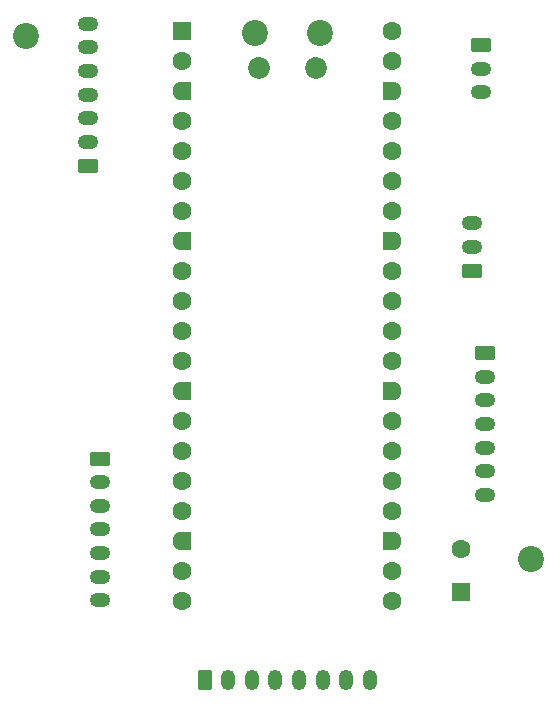
<source format=gbs>
%TF.GenerationSoftware,KiCad,Pcbnew,9.0.1*%
%TF.CreationDate,2025-08-12T13:46:24-07:00*%
%TF.ProjectId,fone,666f6e65-2e6b-4696-9361-645f70636258,0.5*%
%TF.SameCoordinates,Original*%
%TF.FileFunction,Soldermask,Bot*%
%TF.FilePolarity,Negative*%
%FSLAX46Y46*%
G04 Gerber Fmt 4.6, Leading zero omitted, Abs format (unit mm)*
G04 Created by KiCad (PCBNEW 9.0.1) date 2025-08-12 13:46:24*
%MOMM*%
%LPD*%
G01*
G04 APERTURE LIST*
G04 Aperture macros list*
%AMRoundRect*
0 Rectangle with rounded corners*
0 $1 Rounding radius*
0 $2 $3 $4 $5 $6 $7 $8 $9 X,Y pos of 4 corners*
0 Add a 4 corners polygon primitive as box body*
4,1,4,$2,$3,$4,$5,$6,$7,$8,$9,$2,$3,0*
0 Add four circle primitives for the rounded corners*
1,1,$1+$1,$2,$3*
1,1,$1+$1,$4,$5*
1,1,$1+$1,$6,$7*
1,1,$1+$1,$8,$9*
0 Add four rect primitives between the rounded corners*
20,1,$1+$1,$2,$3,$4,$5,0*
20,1,$1+$1,$4,$5,$6,$7,0*
20,1,$1+$1,$6,$7,$8,$9,0*
20,1,$1+$1,$8,$9,$2,$3,0*%
%AMFreePoly0*
4,1,37,0.603843,0.796157,0.639018,0.796157,0.711114,0.766294,0.766294,0.711114,0.796157,0.639018,0.796157,0.603843,0.800000,0.600000,0.800000,-0.600000,0.796157,-0.603843,0.796157,-0.639018,0.766294,-0.711114,0.711114,-0.766294,0.639018,-0.796157,0.603843,-0.796157,0.600000,-0.800000,0.000000,-0.800000,0.000000,-0.796148,-0.078414,-0.796148,-0.232228,-0.765552,-0.377117,-0.705537,
-0.507515,-0.618408,-0.618408,-0.507515,-0.705537,-0.377117,-0.765552,-0.232228,-0.796148,-0.078414,-0.796148,0.078414,-0.765552,0.232228,-0.705537,0.377117,-0.618408,0.507515,-0.507515,0.618408,-0.377117,0.705537,-0.232228,0.765552,-0.078414,0.796148,0.000000,0.796148,0.000000,0.800000,0.600000,0.800000,0.603843,0.796157,0.603843,0.796157,$1*%
%AMFreePoly1*
4,1,37,0.000000,0.796148,0.078414,0.796148,0.232228,0.765552,0.377117,0.705537,0.507515,0.618408,0.618408,0.507515,0.705537,0.377117,0.765552,0.232228,0.796148,0.078414,0.796148,-0.078414,0.765552,-0.232228,0.705537,-0.377117,0.618408,-0.507515,0.507515,-0.618408,0.377117,-0.705537,0.232228,-0.765552,0.078414,-0.796148,0.000000,-0.796148,0.000000,-0.800000,-0.600000,-0.800000,
-0.603843,-0.796157,-0.639018,-0.796157,-0.711114,-0.766294,-0.766294,-0.711114,-0.796157,-0.639018,-0.796157,-0.603843,-0.800000,-0.600000,-0.800000,0.600000,-0.796157,0.603843,-0.796157,0.639018,-0.766294,0.711114,-0.711114,0.766294,-0.639018,0.796157,-0.603843,0.796157,-0.600000,0.800000,0.000000,0.800000,0.000000,0.796148,0.000000,0.796148,$1*%
G04 Aperture macros list end*
%ADD10C,2.200000*%
%ADD11RoundRect,0.250000X0.550000X-0.550000X0.550000X0.550000X-0.550000X0.550000X-0.550000X-0.550000X0*%
%ADD12C,1.600000*%
%ADD13RoundRect,0.250000X-0.350000X-0.625000X0.350000X-0.625000X0.350000X0.625000X-0.350000X0.625000X0*%
%ADD14O,1.200000X1.750000*%
%ADD15RoundRect,0.250000X-0.625000X0.350000X-0.625000X-0.350000X0.625000X-0.350000X0.625000X0.350000X0*%
%ADD16O,1.750000X1.200000*%
%ADD17RoundRect,0.250000X0.625000X-0.350000X0.625000X0.350000X-0.625000X0.350000X-0.625000X-0.350000X0*%
%ADD18C,1.850000*%
%ADD19RoundRect,0.200000X-0.600000X-0.600000X0.600000X-0.600000X0.600000X0.600000X-0.600000X0.600000X0*%
%ADD20FreePoly0,0.000000*%
%ADD21FreePoly1,0.000000*%
G04 APERTURE END LIST*
D10*
%TO.C,HOLE2*%
X109900000Y-69500000D03*
%TD*%
%TO.C,HOLE1*%
X152600000Y-113800000D03*
%TD*%
D11*
%TO.C,M1*%
X146700000Y-116600000D03*
D12*
X146700000Y-113000000D03*
%TD*%
D13*
%TO.C,J6*%
X125000000Y-124050000D03*
D14*
X127000000Y-124050000D03*
X129000000Y-124050000D03*
X131000000Y-124050000D03*
X133000000Y-124050000D03*
X135000000Y-124050000D03*
X137000000Y-124050000D03*
X139000000Y-124050000D03*
%TD*%
D15*
%TO.C,J5*%
X148700000Y-96400000D03*
D16*
X148700000Y-98400000D03*
X148700000Y-100400000D03*
X148700000Y-102400000D03*
X148700000Y-104400000D03*
X148700000Y-106400000D03*
X148700000Y-108400000D03*
%TD*%
D17*
%TO.C,J4*%
X147600000Y-89400000D03*
D16*
X147600000Y-87400000D03*
X147600000Y-85400000D03*
%TD*%
D15*
%TO.C,J3*%
X116165000Y-105312500D03*
D16*
X116165000Y-107312500D03*
X116165000Y-109312500D03*
X116165000Y-111312500D03*
X116165000Y-113312500D03*
X116165000Y-115312500D03*
X116165000Y-117312500D03*
%TD*%
D15*
%TO.C,J2*%
X148400000Y-70300000D03*
D16*
X148400000Y-72300000D03*
X148400000Y-74300000D03*
%TD*%
D17*
%TO.C,J1*%
X115165000Y-80512500D03*
D16*
X115165000Y-78512500D03*
X115165000Y-76512500D03*
X115165000Y-74512500D03*
X115165000Y-72512500D03*
X115165000Y-70512500D03*
X115165000Y-68512500D03*
%TD*%
D10*
%TO.C,A1*%
X129285000Y-69250000D03*
D18*
X129585000Y-72280000D03*
X134435000Y-72280000D03*
D10*
X134735000Y-69250000D03*
D19*
X123120000Y-69120000D03*
D12*
X123120000Y-71660000D03*
D20*
X123120000Y-74200000D03*
D12*
X123120000Y-76740000D03*
X123120000Y-79280000D03*
X123120000Y-81820000D03*
X123120000Y-84360000D03*
D20*
X123120000Y-86900000D03*
D12*
X123120000Y-89440000D03*
X123120000Y-91980000D03*
X123120000Y-94520000D03*
X123120000Y-97060000D03*
D20*
X123120000Y-99600000D03*
D12*
X123120000Y-102140000D03*
X123120000Y-104680000D03*
X123120000Y-107220000D03*
X123120000Y-109760000D03*
D20*
X123120000Y-112300000D03*
D12*
X123120000Y-114840000D03*
X123120000Y-117380000D03*
X140900000Y-117380000D03*
X140900000Y-114840000D03*
D21*
X140900000Y-112300000D03*
D12*
X140900000Y-109760000D03*
X140900000Y-107220000D03*
X140900000Y-104680000D03*
X140900000Y-102140000D03*
D21*
X140900000Y-99600000D03*
D12*
X140900000Y-97060000D03*
X140900000Y-94520000D03*
X140900000Y-91980000D03*
X140900000Y-89440000D03*
D21*
X140900000Y-86900000D03*
D12*
X140900000Y-84360000D03*
X140900000Y-81820000D03*
X140900000Y-79280000D03*
X140900000Y-76740000D03*
D21*
X140900000Y-74200000D03*
D12*
X140900000Y-71660000D03*
X140900000Y-69120000D03*
%TD*%
M02*

</source>
